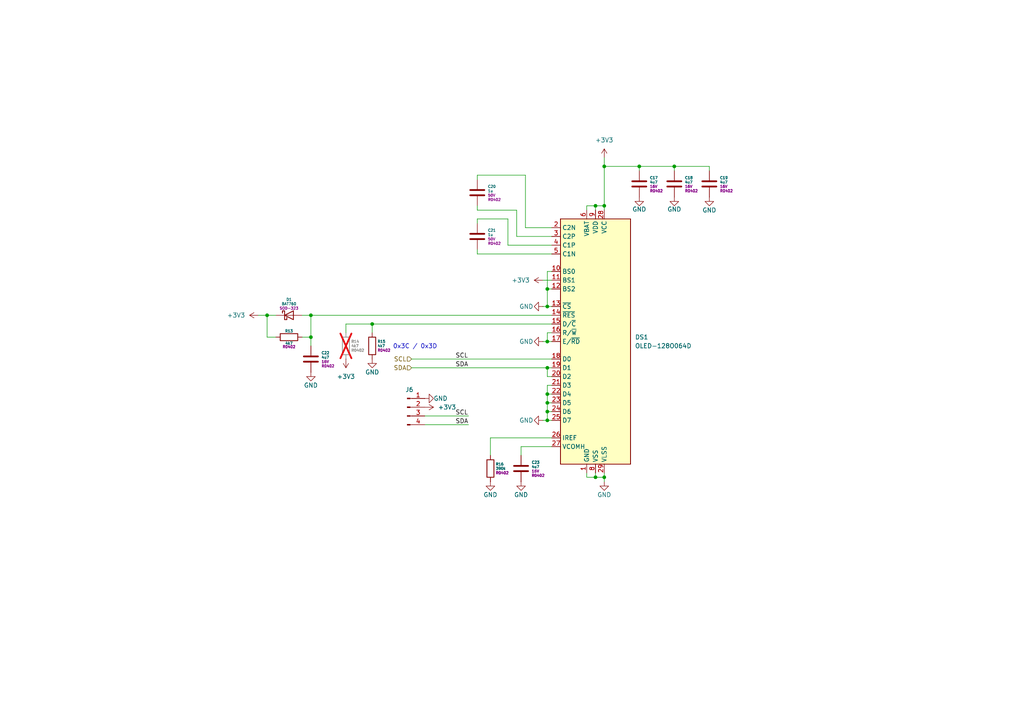
<source format=kicad_sch>
(kicad_sch (version 20250114) (generator "eeschema") (generator_version "9.0")
  (paper "A4")
  (lib_symbols
    (symbol "Connector:Conn_01x04_Pin" (pin_names (offset 1.016) (hide yes))
      (property "Reference" "J" (at 0 5.08 0))
      (property "Value" "Conn_01x04_Pin" (at 0 -7.62 0))
      (symbol "Conn_01x04_Pin_1_1"
        (rectangle (start 0.8636 2.667) (end 0 2.413) (stroke (width 0.1524)) (fill (type outline)))
        (rectangle (start 0.8636 0.127) (end 0 -0.127) (stroke (width 0.1524)) (fill (type outline)))
        (rectangle (start 0.8636 -2.413) (end 0 -2.667) (stroke (width 0.1524)) (fill (type outline)))
        (rectangle (start 0.8636 -4.953) (end 0 -5.207) (stroke (width 0.1524)) (fill (type outline)))
        (polyline (pts (xy 1.27 2.54) (xy 0.8636 2.54)) (stroke (width 0.1524)))
        (polyline (pts (xy 1.27 0) (xy 0.8636 0)) (stroke (width 0.1524)))
        (polyline (pts (xy 1.27 -2.54) (xy 0.8636 -2.54)) (stroke (width 0.1524)))
        (polyline (pts (xy 1.27 -5.08) (xy 0.8636 -5.08)) (stroke (width 0.1524)))
        (pin passive line (at 5.08 2.54 180) (length 3.81) (name "Pin_1") (number "1"))
        (pin passive line (at 5.08 0 180) (length 3.81) (name "Pin_2") (number "2"))
        (pin passive line (at 5.08 -2.54 180) (length 3.81) (name "Pin_3") (number "3"))
        (pin passive line (at 5.08 -5.08 180) (length 3.81) (name "Pin_4") (number "4"))
      )
    )
    (symbol "Device:C" (pin_numbers (hide yes)) (pin_names (offset 0.254))
      (property "Reference" "C" (at 0.635 2.54 0))
      (property "Value" "C" (at 0.635 -2.54 0))
      (symbol "C_0_1"
        (polyline (pts (xy -2.032 0.762) (xy 2.032 0.762)) (stroke (width 0.508)))
        (polyline (pts (xy -2.032 -0.762) (xy 2.032 -0.762)) (stroke (width 0.508)))
      )
      (symbol "C_1_1"
        (pin passive line (at 0 3.81 270) (length 2.794) (name "~") (number "1"))
        (pin passive line (at 0 -3.81 90) (length 2.794) (name "~") (number "2"))
      )
    )
    (symbol "Device:D_Schottky" (pin_numbers (hide yes)) (pin_names (offset 1.016) (hide yes))
      (property "Reference" "D" (at 0 2.54 0))
      (property "Value" "D_Schottky" (at 0 -2.54 0))
      (symbol "D_Schottky_0_1"
        (polyline (pts (xy -1.905 0.635) (xy -1.905 1.27) (xy -1.27 1.27) (xy -1.27 -1.27) (xy -0.635 -1.27) (xy -0.635 -0.635)) (stroke (width 0.254)))
        (polyline (pts (xy 1.27 1.27) (xy 1.27 -1.27) (xy -1.27 0) (xy 1.27 1.27)) (stroke (width 0.254)))
        (polyline (pts (xy 1.27 0) (xy -1.27 0)))
      )
      (symbol "D_Schottky_1_1"
        (pin passive line (at -3.81 0 0) (length 2.54) (name "K") (number "1"))
        (pin passive line (at 3.81 0 180) (length 2.54) (name "A") (number "2"))
      )
    )
    (symbol "Device:R" (pin_numbers (hide yes)) (pin_names (offset 0))
      (property "Reference" "R" (at 2.032 0 90))
      (property "Value" "R" (at 0 0 90))
      (symbol "R_0_1"
        (rectangle (start -1.016 -2.54) (end 1.016 2.54) (stroke (width 0.254)))
      )
      (symbol "R_1_1"
        (pin passive line (at 0 3.81 270) (length 1.27) (name "~") (number "1"))
        (pin passive line (at 0 -3.81 90) (length 1.27) (name "~") (number "2"))
      )
    )
    (symbol "Display_Graphic:OLED-128O064D"
      (property "Reference" "DS" (at -10.16 38.1 0))
      (property "Value" "OLED-128O064D" (at 12.7 38.1 0))
      (symbol "OLED-128O064D_0_1"
        (rectangle (start -10.16 35.56) (end 10.16 -35.56) (stroke (width 0.254)) (fill (type background)))
      )
      (symbol "OLED-128O064D_1_1"
        (pin passive line (at -12.7 33.02 0) (length 2.54) (name "C2N") (number "2"))
        (pin passive line (at -12.7 30.48 0) (length 2.54) (name "C2P") (number "3"))
        (pin passive line (at -12.7 27.94 0) (length 2.54) (name "C1P") (number "4"))
        (pin passive line (at -12.7 25.4 0) (length 2.54) (name "C1N") (number "5"))
        (pin input line (at -12.7 20.32 0) (length 2.54) (name "BS0") (number "10"))
        (pin input line (at -12.7 17.78 0) (length 2.54) (name "BS1") (number "11"))
        (pin input line (at -12.7 15.24 0) (length 2.54) (name "BS2") (number "12"))
        (pin input line (at -12.7 10.16 0) (length 2.54) (name "~{CS}") (number "13"))
        (pin input line (at -12.7 7.62 0) (length 2.54) (name "~{RES}") (number "14"))
        (pin input line (at -12.7 5.08 0) (length 2.54) (name "D/~{C}") (number "15"))
        (pin input line (at -12.7 2.54 0) (length 2.54) (name "R/~{W}") (number "16"))
        (pin input line (at -12.7 0 0) (length 2.54) (name "E/~{RD}") (number "17"))
        (pin bidirectional line (at -12.7 -5.08 0) (length 2.54) (name "D0") (number "18"))
        (pin bidirectional line (at -12.7 -7.62 0) (length 2.54) (name "D1") (number "19"))
        (pin bidirectional line (at -12.7 -10.16 0) (length 2.54) (name "D2") (number "20"))
        (pin bidirectional line (at -12.7 -12.7 0) (length 2.54) (name "D3") (number "21"))
        (pin bidirectional line (at -12.7 -15.24 0) (length 2.54) (name "D4") (number "22"))
        (pin bidirectional line (at -12.7 -17.78 0) (length 2.54) (name "D5") (number "23"))
        (pin bidirectional line (at -12.7 -20.32 0) (length 2.54) (name "D6") (number "24"))
        (pin bidirectional line (at -12.7 -22.86 0) (length 2.54) (name "D7") (number "25"))
        (pin passive line (at -12.7 -27.94 0) (length 2.54) (name "IREF") (number "26"))
        (pin passive line (at -12.7 -30.48 0) (length 2.54) (name "VCOMH") (number "27"))
        (pin power_in line (at -2.54 38.1 270) (length 2.54) (name "VBAT") (number "6"))
        (pin power_in line (at -2.54 -38.1 90) (length 2.54) (name "GND") (number "1"))
        (pin passive line (at -2.54 -38.1 90) (length 2.54) (hide yes) (name "GND") (number "30"))
        (pin power_in line (at 0 38.1 270) (length 2.54) (name "VDD") (number "9"))
        (pin power_in line (at 0 -38.1 90) (length 2.54) (name "VSS") (number "8"))
        (pin power_in line (at 2.54 38.1 270) (length 2.54) (name "VCC") (number "28"))
        (pin power_in line (at 2.54 -38.1 90) (length 2.54) (name "VLSS") (number "29"))
        (pin no_connect line (at 10.16 0 180) (length 2.54) (hide yes) (name "NC") (number "7"))
      )
    )
    (symbol "power:+3V3" (power) (pin_numbers (hide yes)) (pin_names (offset 0) (hide yes))
      (property "Value" "+3V3" (at 0 3.556 0))
      (symbol "+3V3_0_1"
        (polyline (pts (xy -0.762 1.27) (xy 0 2.54)))
        (polyline (pts (xy 0 2.54) (xy 0.762 1.27)))
        (polyline (pts (xy 0 0) (xy 0 2.54)))
      )
      (symbol "+3V3_1_1"
        (pin power_in line (at 0 0 90) (length 0) (name "~") (number "1"))
      )
    )
    (symbol "power:GND" (power) (pin_numbers (hide yes)) (pin_names (offset 0) (hide yes))
      (property "Value" "GND" (at 0 -3.81 0))
      (symbol "GND_0_1"
        (polyline (pts (xy 0 0) (xy 0 -1.27) (xy 1.27 -1.27) (xy 0 -2.54) (xy -1.27 -1.27) (xy 0 -1.27)))
      )
      (symbol "GND_1_1"
        (pin power_in line (at 0 0 270) (length 0) (name "~") (number "1"))
      )
    )
  )
  (text "0x3C / 0x3D" (at 120.396 100.584 0) (effects (font (size 1.27 1.27))))
  (junction (at 175.26 59.69))
  (junction (at 172.72 138.43))
  (junction (at 158.75 99.06))
  (junction (at 158.75 121.92))
  (junction (at 175.26 138.43))
  (junction (at 158.75 114.3))
  (junction (at 107.95 93.98))
  (junction (at 175.26 48.26))
  (junction (at 158.75 83.82))
  (junction (at 90.17 91.44))
  (junction (at 158.75 119.38))
  (junction (at 195.58 48.26))
  (junction (at 172.72 59.69))
  (junction (at 158.75 88.9))
  (junction (at 158.75 116.84))
  (junction (at 77.47 91.44))
  (junction (at 185.42 48.26))
  (junction (at 158.75 106.68))
  (junction (at 90.17 97.79))
  (wire (pts (xy 142.24 127) (xy 160.02 127)))
  (wire (pts (xy 172.72 137.16) (xy 172.72 138.43)))
  (wire (pts (xy 175.26 45.72) (xy 175.26 48.26)))
  (wire (pts (xy 80.01 91.44) (xy 77.47 91.44)))
  (wire (pts (xy 195.58 48.26) (xy 205.74 48.26)))
  (wire (pts (xy 170.18 137.16) (xy 170.18 138.43)))
  (wire (pts (xy 138.43 63.5) (xy 138.43 64.77)))
  (wire (pts (xy 158.75 119.38) (xy 158.75 121.92)))
  (wire (pts (xy 158.75 116.84) (xy 160.02 116.84)))
  (wire (pts (xy 170.18 138.43) (xy 172.72 138.43)))
  (wire (pts (xy 100.33 93.98) (xy 100.33 96.52)))
  (wire (pts (xy 158.75 109.22) (xy 158.75 106.68)))
  (wire (pts (xy 185.42 48.26) (xy 185.42 49.53)))
  (wire (pts (xy 107.95 93.98) (xy 100.33 93.98)))
  (wire (pts (xy 157.48 99.06) (xy 158.75 99.06)))
  (wire (pts (xy 175.26 48.26) (xy 185.42 48.26)))
  (wire (pts (xy 77.47 97.79) (xy 80.01 97.79)))
  (wire (pts (xy 157.48 121.92) (xy 158.75 121.92)))
  (wire (pts (xy 170.18 59.69) (xy 172.72 59.69)))
  (wire (pts (xy 158.75 78.74) (xy 158.75 83.82)))
  (wire (pts (xy 175.26 59.69) (xy 175.26 48.26)))
  (wire (pts (xy 152.4 50.8) (xy 152.4 66.04)))
  (wire (pts (xy 142.24 132.08) (xy 142.24 127)))
  (wire (pts (xy 138.43 72.39) (xy 138.43 73.66)))
  (wire (pts (xy 175.26 138.43) (xy 175.26 139.7)))
  (wire (pts (xy 149.86 60.96) (xy 149.86 68.58)))
  (wire (pts (xy 175.26 59.69) (xy 175.26 60.96)))
  (wire (pts (xy 147.32 63.5) (xy 147.32 71.12)))
  (wire (pts (xy 170.18 60.96) (xy 170.18 59.69)))
  (wire (pts (xy 205.74 49.53) (xy 205.74 48.26)))
  (wire (pts (xy 158.75 114.3) (xy 160.02 114.3)))
  (wire (pts (xy 157.48 88.9) (xy 158.75 88.9)))
  (wire (pts (xy 138.43 50.8) (xy 138.43 52.07)))
  (wire (pts (xy 151.13 132.08) (xy 151.13 129.54)))
  (wire (pts (xy 160.02 109.22) (xy 158.75 109.22)))
  (wire (pts (xy 172.72 138.43) (xy 175.26 138.43)))
  (wire (pts (xy 158.75 121.92) (xy 160.02 121.92)))
  (wire (pts (xy 172.72 59.69) (xy 172.72 60.96)))
  (wire (pts (xy 149.86 68.58) (xy 160.02 68.58)))
  (wire (pts (xy 90.17 91.44) (xy 87.63 91.44)))
  (wire (pts (xy 119.38 106.68) (xy 158.75 106.68)))
  (wire (pts (xy 175.26 138.43) (xy 175.26 137.16)))
  (wire (pts (xy 158.75 116.84) (xy 158.75 119.38)))
  (wire (pts (xy 138.43 60.96) (xy 149.86 60.96)))
  (wire (pts (xy 160.02 88.9) (xy 158.75 88.9)))
  (wire (pts (xy 160.02 111.76) (xy 158.75 111.76)))
  (wire (pts (xy 138.43 50.8) (xy 152.4 50.8)))
  (wire (pts (xy 158.75 119.38) (xy 160.02 119.38)))
  (wire (pts (xy 90.17 91.44) (xy 160.02 91.44)))
  (wire (pts (xy 160.02 78.74) (xy 158.75 78.74)))
  (wire (pts (xy 74.93 91.44) (xy 77.47 91.44)))
  (wire (pts (xy 195.58 48.26) (xy 185.42 48.26)))
  (wire (pts (xy 90.17 97.79) (xy 90.17 100.33)))
  (wire (pts (xy 119.38 104.14) (xy 160.02 104.14)))
  (wire (pts (xy 138.43 73.66) (xy 160.02 73.66)))
  (wire (pts (xy 158.75 83.82) (xy 160.02 83.82)))
  (wire (pts (xy 195.58 48.26) (xy 195.58 49.53)))
  (wire (pts (xy 157.48 81.28) (xy 160.02 81.28)))
  (wire (pts (xy 147.32 71.12) (xy 160.02 71.12)))
  (wire (pts (xy 158.75 106.68) (xy 160.02 106.68)))
  (wire (pts (xy 152.4 66.04) (xy 160.02 66.04)))
  (wire (pts (xy 158.75 111.76) (xy 158.75 114.3)))
  (wire (pts (xy 90.17 91.44) (xy 90.17 97.79)))
  (wire (pts (xy 87.63 97.79) (xy 90.17 97.79)))
  (wire (pts (xy 123.19 120.65) (xy 135.89 120.65)))
  (wire (pts (xy 172.72 59.69) (xy 175.26 59.69)))
  (wire (pts (xy 77.47 91.44) (xy 77.47 97.79)))
  (wire (pts (xy 158.75 99.06) (xy 160.02 99.06)))
  (wire (pts (xy 158.75 96.52) (xy 158.75 99.06)))
  (wire (pts (xy 158.75 88.9) (xy 158.75 83.82)))
  (wire (pts (xy 138.43 63.5) (xy 147.32 63.5)))
  (wire (pts (xy 107.95 93.98) (xy 107.95 96.52)))
  (wire (pts (xy 160.02 96.52) (xy 158.75 96.52)))
  (wire (pts (xy 138.43 59.69) (xy 138.43 60.96)))
  (wire (pts (xy 123.19 123.19) (xy 135.89 123.19)))
  (wire (pts (xy 160.02 93.98) (xy 107.95 93.98)))
  (wire (pts (xy 151.13 129.54) (xy 160.02 129.54)))
  (wire (pts (xy 158.75 114.3) (xy 158.75 116.84)))
  (label "SCL" (at 132.08 120.65 0))
  (label "SDA" (at 132.08 106.68 0))
  (label "SDA" (at 132.08 123.19 0))
  (label "SCL" (at 132.08 104.14 0))
  (hierarchical_label "SDA" (shape input) (at 119.38 106.68 180))
  (hierarchical_label "SCL" (shape input) (at 119.38 104.14 180))
  (symbol (lib_id "power:GND") (at 175.26 139.7 0) (unit 1)
    (property "Reference" "#PWR059" (effects (hide yes)))
    (property "Value" "GND" (at 175.26 143.51 0))
    (property "Description" "Power symbol creates a global label with name \"GND\" , ground" (effects (hide yes)))
  )
  (symbol (lib_id "Device:C") (at 195.58 53.34 0) (unit 1)
    (property "Reference" "C18" (at 198.628 51.562 0) (effects (font (size 0.762 0.762)) (justify left)))
    (property "Value" "4u7" (at 198.628 52.832 0) (effects (font (size 0.762 0.762)) (justify left)))
    (property "Footprint" "Capacitor_SMD:C_0402_1005Metric" (effects (hide yes)))
    (property "Description" "Unpolarized capacitor" (effects (hide yes)))
    (property "Field5" "R0402" (at 198.628 55.372 0) (effects (font (size 0.762 0.762)) (justify left)))
    (property "Field6" "16V" (at 198.628 54.102 0) (effects (font (size 0.762 0.762)) (justify left)))
  )
  (symbol (lib_id "power:GND") (at 123.19 115.57 90) (unit 1)
    (property "Reference" "#PWR054" (effects (hide yes)))
    (property "Value" "GND" (at 125.73 115.57 90) (effects (justify right)))
    (property "Description" "Power symbol creates a global label with name \"GND\" , ground" (effects (hide yes)))
  )
  (symbol (lib_id "power:GND") (at 151.13 139.7 0) (unit 1)
    (property "Reference" "#PWR058" (effects (hide yes)))
    (property "Value" "GND" (at 151.13 143.51 0))
    (property "Description" "Power symbol creates a global label with name \"GND\" , ground" (effects (hide yes)))
  )
  (symbol (lib_id "Device:C") (at 138.43 68.58 0) (unit 1)
    (property "Reference" "C21" (at 141.478 66.802 0) (effects (font (size 0.762 0.762)) (justify left)))
    (property "Value" "1u" (at 141.478 68.072 0) (effects (font (size 0.762 0.762)) (justify left)))
    (property "Footprint" "Capacitor_SMD:C_0402_1005Metric" (effects (hide yes)))
    (property "Description" "Unpolarized capacitor" (effects (hide yes)))
    (property "Field5" "R0402" (at 141.478 70.612 0) (effects (font (size 0.762 0.762)) (justify left)))
    (property "Field6" "50V" (at 141.478 69.342 0) (effects (font (size 0.762 0.762)) (justify left)))
  )
  (symbol (lib_id "Device:C") (at 151.13 135.89 0) (unit 1)
    (property "Reference" "C23" (at 154.178 134.112 0) (effects (font (size 0.762 0.762)) (justify left)))
    (property "Value" "4u7" (at 154.178 135.382 0) (effects (font (size 0.762 0.762)) (justify left)))
    (property "Footprint" "Capacitor_SMD:C_0402_1005Metric" (effects (hide yes)))
    (property "Description" "Unpolarized capacitor" (effects (hide yes)))
    (property "Field5" "R0402" (at 154.178 137.922 0) (effects (font (size 0.762 0.762)) (justify left)))
    (property "Field6" "16V" (at 154.178 136.652 0) (effects (font (size 0.762 0.762)) (justify left)))
  )
  (symbol (lib_id "Device:C") (at 185.42 53.34 0) (unit 1)
    (property "Reference" "C17" (at 188.468 51.562 0) (effects (font (size 0.762 0.762)) (justify left)))
    (property "Value" "4u7" (at 188.468 52.832 0) (effects (font (size 0.762 0.762)) (justify left)))
    (property "Footprint" "Capacitor_SMD:C_0402_1005Metric" (effects (hide yes)))
    (property "Description" "Unpolarized capacitor" (effects (hide yes)))
    (property "Field5" "R0402" (at 188.468 55.372 0) (effects (font (size 0.762 0.762)) (justify left)))
    (property "Field6" "16V" (at 188.468 54.102 0) (effects (font (size 0.762 0.762)) (justify left)))
  )
  (symbol (lib_id "Device:R") (at 142.24 135.89 180) (unit 1)
    (property "Reference" "R16" (at 143.764 134.62 0) (effects (font (size 0.762 0.762)) (justify right)))
    (property "Value" "390k" (at 143.764 135.89 0) (effects (font (size 0.762 0.762)) (justify right)))
    (property "Footprint" "Resistor_SMD:R_0402_1005Metric" (effects (hide yes)))
    (property "Description" "Resistor" (effects (hide yes)))
    (property "Field5" "R0402" (at 143.764 137.16 0) (effects (font (size 0.762 0.762)) (justify right)))
  )
  (symbol (lib_id "Device:C") (at 90.17 104.14 0) (unit 1)
    (property "Reference" "C22" (at 93.218 102.362 0) (effects (font (size 0.762 0.762)) (justify left)))
    (property "Value" "4u7" (at 93.218 103.632 0) (effects (font (size 0.762 0.762)) (justify left)))
    (property "Footprint" "Capacitor_SMD:C_0402_1005Metric" (effects (hide yes)))
    (property "Description" "Unpolarized capacitor" (effects (hide yes)))
    (property "Field5" "R0402" (at 93.218 106.172 0) (effects (font (size 0.762 0.762)) (justify left)))
    (property "Field6" "16V" (at 93.218 104.902 0) (effects (font (size 0.762 0.762)) (justify left)))
  )
  (symbol (lib_id "power:+3V3") (at 157.48 81.28 90) (unit 1)
    (property "Reference" "#PWR047" (effects (hide yes)))
    (property "Value" "+3V3" (at 153.67 81.2799 90) (effects (justify left)))
    (property "Description" "Power symbol creates a global label with name \"+3V3\"" (effects (hide yes)))
  )
  (symbol (lib_id "power:+3V3") (at 74.93 91.44 90) (unit 1)
    (property "Reference" "#PWR049" (effects (hide yes)))
    (property "Value" "+3V3" (at 71.12 91.4399 90) (effects (justify left)))
    (property "Description" "Power symbol creates a global label with name \"+3V3\"" (effects (hide yes)))
  )
  (symbol (lib_id "Device:C") (at 138.43 55.88 0) (unit 1)
    (property "Reference" "C20" (at 141.478 54.102 0) (effects (font (size 0.762 0.762)) (justify left)))
    (property "Value" "1u" (at 141.478 55.372 0) (effects (font (size 0.762 0.762)) (justify left)))
    (property "Footprint" "Capacitor_SMD:C_0402_1005Metric" (effects (hide yes)))
    (property "Description" "Unpolarized capacitor" (effects (hide yes)))
    (property "Field5" "R0402" (at 141.478 57.912 0) (effects (font (size 0.762 0.762)) (justify left)))
    (property "Field6" "50V" (at 141.478 56.642 0) (effects (font (size 0.762 0.762)) (justify left)))
  )
  (symbol (lib_id "Device:R") (at 107.95 100.33 180) (unit 1)
    (property "Reference" "R15" (at 109.474 99.06 0) (effects (font (size 0.762 0.762)) (justify right)))
    (property "Value" "4k7" (at 109.474 100.33 0) (effects (font (size 0.762 0.762)) (justify right)))
    (property "Footprint" "Resistor_SMD:R_0402_1005Metric" (effects (hide yes)))
    (property "Description" "Resistor" (effects (hide yes)))
    (property "Field5" "R0402" (at 109.474 101.6 0) (effects (font (size 0.762 0.762)) (justify right)))
  )
  (symbol (lib_id "power:+3V3") (at 100.33 104.14 180) (unit 1)
    (property "Reference" "#PWR051" (effects (hide yes)))
    (property "Value" "+3V3" (at 100.33 109.22 0))
    (property "Description" "Power symbol creates a global label with name \"+3V3\"" (effects (hide yes)))
  )
  (symbol (lib_id "Connector:Conn_01x04_Pin") (at 118.11 118.11 0) (unit 1)
    (property "Reference" "J6" (at 118.745 113.03 0))
    (property "Value" "Conn_01x04_Pin" (effects (hide yes)))
    (property "Footprint" "Connector_PinHeader_2.54mm:PinHeader_1x04_P2.54mm_Vertical" (effects (hide yes)))
    (property "Description" "Generic connector, single row, 01x04, script generated" (effects (hide yes)))
  )
  (symbol (lib_id "Device:R") (at 83.82 97.79 90) (unit 1)
    (property "Reference" "R13" (at 83.82 96.012 90) (effects (font (size 0.762 0.762))))
    (property "Value" "4k7" (at 83.82 99.568 90) (effects (font (size 0.762 0.762))))
    (property "Footprint" "Resistor_SMD:R_0402_1005Metric" (effects (hide yes)))
    (property "Description" "Resistor" (effects (hide yes)))
    (property "Field5" "R0402" (at 83.82 100.584 90) (effects (font (size 0.762 0.762))))
  )
  (symbol (lib_id "power:GND") (at 157.48 88.9 270) (unit 1)
    (property "Reference" "#PWR048" (effects (hide yes)))
    (property "Value" "GND" (at 152.654 88.9 90))
    (property "Description" "Power symbol creates a global label with name \"GND\" , ground" (effects (hide yes)))
  )
  (symbol (lib_id "power:+3V3") (at 123.19 118.11 270) (unit 1)
    (property "Reference" "#PWR055" (effects (hide yes)))
    (property "Value" "+3V3" (at 127 118.1099 90) (effects (justify left)))
    (property "Description" "Power symbol creates a global label with name \"+3V3\"" (effects (hide yes)))
  )
  (symbol (lib_id "power:GND") (at 157.48 121.92 270) (unit 1)
    (property "Reference" "#PWR056" (effects (hide yes)))
    (property "Value" "GND" (at 152.654 121.92 90))
    (property "Description" "Power symbol creates a global label with name \"GND\" , ground" (effects (hide yes)))
  )
  (symbol (lib_id "power:GND") (at 195.58 57.15 0) (unit 1)
    (property "Reference" "#PWR045" (effects (hide yes)))
    (property "Value" "GND" (at 195.58 60.706 0))
    (property "Description" "Power symbol creates a global label with name \"GND\" , ground" (effects (hide yes)))
  )
  (symbol (lib_id "power:GND") (at 90.17 107.95 0) (unit 1)
    (property "Reference" "#PWR053" (effects (hide yes)))
    (property "Value" "GND" (at 90.17 111.76 0))
    (property "Description" "Power symbol creates a global label with name \"GND\" , ground" (effects (hide yes)))
  )
  (symbol (lib_id "power:GND") (at 185.42 57.15 0) (unit 1)
    (property "Reference" "#PWR044" (effects (hide yes)))
    (property "Value" "GND" (at 185.42 60.706 0))
    (property "Description" "Power symbol creates a global label with name \"GND\" , ground" (effects (hide yes)))
  )
  (symbol (lib_id "Device:C") (at 205.74 53.34 0) (unit 1)
    (property "Reference" "C19" (at 208.788 51.562 0) (effects (font (size 0.762 0.762)) (justify left)))
    (property "Value" "4u7" (at 208.788 52.832 0) (effects (font (size 0.762 0.762)) (justify left)))
    (property "Footprint" "Capacitor_SMD:C_0402_1005Metric" (effects (hide yes)))
    (property "Description" "Unpolarized capacitor" (effects (hide yes)))
    (property "Field5" "R0402" (at 208.788 55.372 0) (effects (font (size 0.762 0.762)) (justify left)))
    (property "Field6" "16V" (at 208.788 54.102 0) (effects (font (size 0.762 0.762)) (justify left)))
  )
  (symbol (lib_id "power:GND") (at 205.74 57.15 0) (mirror y) (unit 1)
    (property "Reference" "#PWR046" (effects (hide yes)))
    (property "Value" "GND" (at 205.74 60.96 0))
  )
  (symbol (lib_id "power:GND") (at 157.48 99.06 270) (unit 1)
    (property "Reference" "#PWR050" (effects (hide yes)))
    (property "Value" "GND" (at 152.654 99.06 90))
    (property "Description" "Power symbol creates a global label with name \"GND\" , ground" (effects (hide yes)))
  )
  (symbol (lib_id "Device:R") (at 100.33 100.33 180) (unit 1) (dnp yes)
    (property "Reference" "R14" (at 101.854 99.06 0) (effects (font (size 0.762 0.762)) (justify right)))
    (property "Value" "4k7" (at 101.854 100.33 0) (effects (font (size 0.762 0.762)) (justify right)))
    (property "Footprint" "Resistor_SMD:R_0402_1005Metric" (effects (hide yes)))
    (property "Description" "Resistor" (effects (hide yes)))
    (property "Field5" "R0402" (at 101.854 101.6 0) (effects (font (size 0.762 0.762)) (justify right)))
  )
  (symbol (lib_id "power:GND") (at 107.95 104.14 0) (unit 1)
    (property "Reference" "#PWR052" (effects (hide yes)))
    (property "Value" "GND" (at 107.95 107.95 0))
    (property "Description" "Power symbol creates a global label with name \"GND\" , ground" (effects (hide yes)))
  )
  (symbol (lib_id "power:+3V3") (at 175.26 45.72 0) (unit 1)
    (property "Reference" "#PWR043" (effects (hide yes)))
    (property "Value" "+3V3" (at 175.26 40.64 0))
    (property "Description" "Power symbol creates a global label with name \"+3V3\"" (effects (hide yes)))
  )
  (symbol (lib_id "Device:D_Schottky") (at 83.82 91.44 0) (unit 1)
    (property "Reference" "D1" (at 83.82 86.868 0) (effects (font (size 0.762 0.762))))
    (property "Value" "BAT760" (at 83.82 88.138 0) (effects (font (size 0.762 0.762))))
    (property "Footprint" "Diode_SMD:D_SOD-323" (effects (hide yes)))
    (property "Description" "Schottky diode" (effects (hide yes)))
    (property "Field5" "SOD-323" (at 83.82 89.408 0) (effects (font (size 0.762 0.762))))
  )
  (symbol (lib_id "power:GND") (at 142.24 139.7 0) (unit 1)
    (property "Reference" "#PWR057" (effects (hide yes)))
    (property "Value" "GND" (at 142.24 143.51 0))
    (property "Description" "Power symbol creates a global label with name \"GND\" , ground" (effects (hide yes)))
  )
  (symbol (lib_id "Display_Graphic:OLED-128O064D") (at 172.72 99.06 0) (unit 1)
    (property "Reference" "DS1" (at 184.15 97.7899 0) (effects (justify left)))
    (property "Value" "OLED-128O064D" (at 184.15 100.3299 0) (effects (justify left)))
    (property "Footprint" "Display:OLED-128O064D" (effects (hide yes)))
    (property "Datasheet" "https://www.vishay.com/docs/37902/oled128o064dbpp3n00000.pdf" (effects (hide yes)))
    (property "Description" "OLED display 128x64" (effects (hide yes)))
  )
)
</source>
